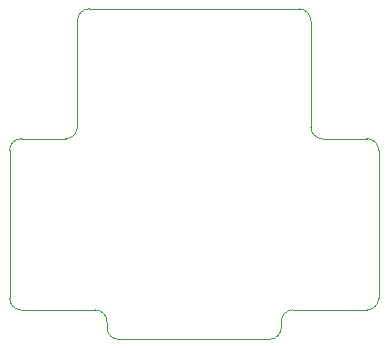
<source format=gbr>
%TF.GenerationSoftware,KiCad,Pcbnew,8.0.7*%
%TF.CreationDate,2025-04-11T02:02:32-04:00*%
%TF.ProjectId,2M_3F,324d5f33-462e-46b6-9963-61645f706362,rev?*%
%TF.SameCoordinates,Original*%
%TF.FileFunction,Profile,NP*%
%FSLAX46Y46*%
G04 Gerber Fmt 4.6, Leading zero omitted, Abs format (unit mm)*
G04 Created by KiCad (PCBNEW 8.0.7) date 2025-04-11 02:02:32*
%MOMM*%
%LPD*%
G01*
G04 APERTURE LIST*
%TA.AperFunction,Profile*%
%ADD10C,0.050000*%
%TD*%
G04 APERTURE END LIST*
D10*
X107750000Y-52000000D02*
G75*
G02*
X106750000Y-53000000I-1000000J0D01*
G01*
X94000000Y-53000000D02*
G75*
G02*
X93000000Y-52000000I0J1000000D01*
G01*
X107750000Y-51500000D02*
X107750000Y-52000000D01*
X93000000Y-51500000D02*
X93000000Y-52000000D01*
X90500000Y-26000000D02*
G75*
G02*
X91500000Y-25000000I1000000J0D01*
G01*
X84750000Y-37000000D02*
G75*
G02*
X85750000Y-36000000I1000000J0D01*
G01*
X85750000Y-50500000D02*
G75*
G02*
X84750000Y-49500000I0J1000000D01*
G01*
X108750000Y-50500000D02*
X115000000Y-50500000D01*
X107750000Y-51500000D02*
G75*
G02*
X108750000Y-50500000I1000000J0D01*
G01*
X90500000Y-35000000D02*
G75*
G02*
X89500000Y-36000000I-1000000J0D01*
G01*
X90500000Y-35000000D02*
X90500000Y-26000000D01*
X115000000Y-36000000D02*
X111250000Y-36000000D01*
X89500000Y-36000000D02*
X85750000Y-36000000D01*
X111250000Y-36000000D02*
G75*
G02*
X110250000Y-35000000I0J1000000D01*
G01*
X109250000Y-25000000D02*
G75*
G02*
X110250000Y-26000000I0J-1000000D01*
G01*
X115000000Y-36000000D02*
G75*
G02*
X116000000Y-37000000I0J-1000000D01*
G01*
X84750000Y-49500000D02*
X84750000Y-37000000D01*
X116000000Y-37000000D02*
X116000000Y-49500000D01*
X106750000Y-53000000D02*
X94000000Y-53000000D01*
X116000000Y-49500000D02*
G75*
G02*
X115000000Y-50500000I-1000000J0D01*
G01*
X91500000Y-25000000D02*
X109250000Y-25000000D01*
X92000000Y-50500000D02*
X85750000Y-50500000D01*
X110250000Y-35000000D02*
X110250000Y-26000000D01*
X92000000Y-50500000D02*
G75*
G02*
X93000000Y-51500000I0J-1000000D01*
G01*
M02*

</source>
